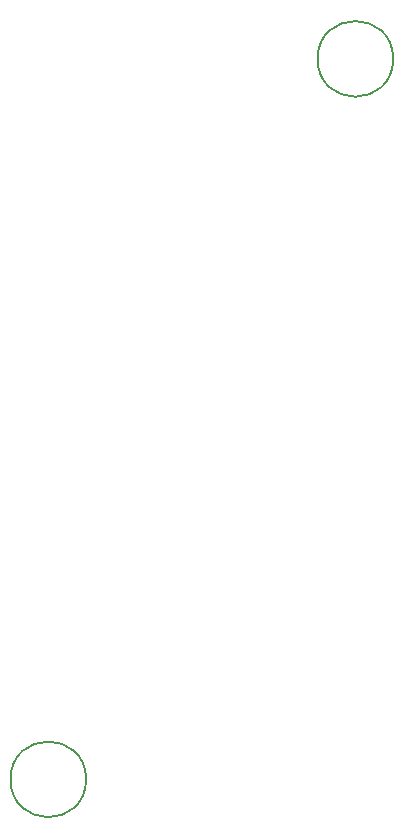
<source format=gbr>
G04 #@! TF.GenerationSoftware,KiCad,Pcbnew,6.0.2-378541a8eb~116~ubuntu20.04.1*
G04 #@! TF.CreationDate,2022-03-12T17:00:12-05:00*
G04 #@! TF.ProjectId,attenuverters_b1,61747465-6e75-4766-9572-746572735f62,rev?*
G04 #@! TF.SameCoordinates,Original*
G04 #@! TF.FileFunction,Other,Comment*
%FSLAX46Y46*%
G04 Gerber Fmt 4.6, Leading zero omitted, Abs format (unit mm)*
G04 Created by KiCad (PCBNEW 6.0.2-378541a8eb~116~ubuntu20.04.1) date 2022-03-12 17:00:12*
%MOMM*%
%LPD*%
G01*
G04 APERTURE LIST*
%ADD10C,0.150000*%
G04 APERTURE END LIST*
D10*
G04 #@! TO.C,H4*
X167699999Y-52999999D02*
G75*
G03*
X167699999Y-52999999I-3200000J0D01*
G01*
G04 #@! TO.C,H1*
X141699999Y-113999999D02*
G75*
G03*
X141699999Y-113999999I-3200000J0D01*
G01*
G04 #@! TD*
M02*

</source>
